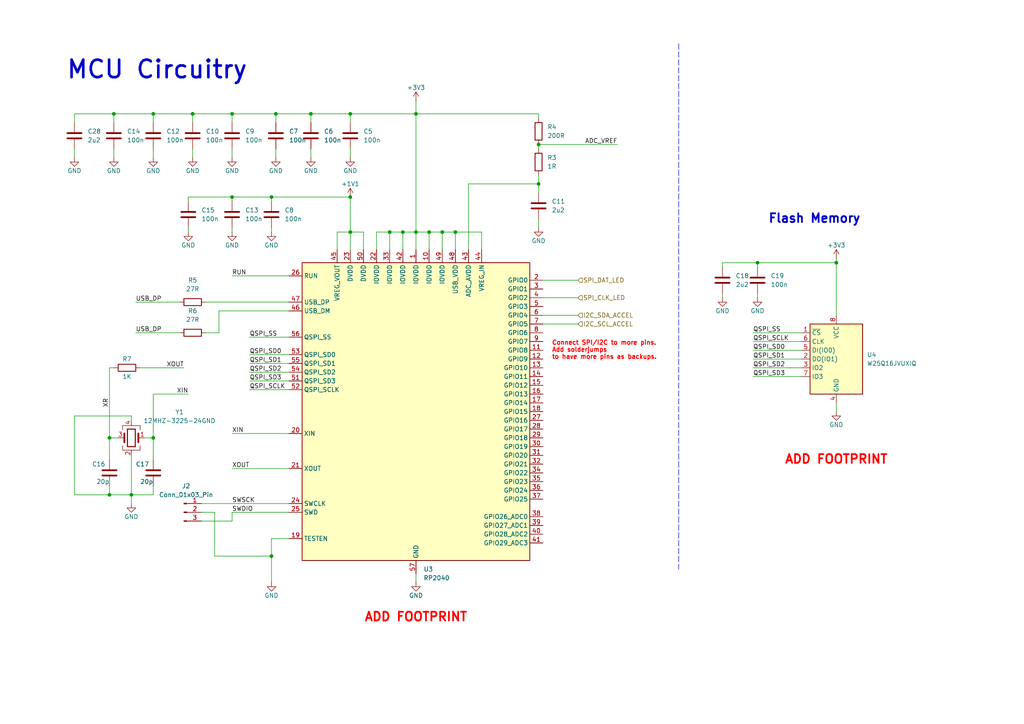
<source format=kicad_sch>
(kicad_sch (version 20231120) (generator "eeschema") (generator_version "8.0")
  (paper "A4")
  (lib_symbols
    (symbol "Connector:Conn_01x03_Pin" (pin_names (offset 1.016) hide)
      (property "Reference" "J" (at 0 5.08 0))
      (property "Value" "Conn_01x03_Pin" (at 0 -5.08 0))
      (symbol "Conn_01x03_Pin_1_1"
        (polyline (pts (xy 1.27 -2.54) (xy 0.8636 -2.54)) (stroke (width 0.1524)))
        (polyline (pts (xy 1.27 0) (xy 0.8636 0)) (stroke (width 0.1524)))
        (polyline (pts (xy 1.27 2.54) (xy 0.8636 2.54)) (stroke (width 0.1524)))
        (rectangle (start 0.8636 -2.413) (end 0 -2.667) (stroke (width 0.1524)) (fill (type outline)))
        (rectangle (start 0.8636 0.127) (end 0 -0.127) (stroke (width 0.1524)) (fill (type outline)))
        (rectangle (start 0.8636 2.667) (end 0 2.413) (stroke (width 0.1524)) (fill (type outline)))
        (pin passive line (at 5.08 2.54 180) (length 3.81) (name "Pin_1") (number "1"))
        (pin passive line (at 5.08 0 180) (length 3.81) (name "Pin_2") (number "2"))
        (pin passive line (at 5.08 -2.54 180) (length 3.81) (name "Pin_3") (number "3"))
      )
    )
    (symbol "Device:R" (pin_numbers hide) (pin_names (offset 0))
      (property "Reference" "R" (at 2.032 0 90))
      (property "Value" "R" (at 0 0 90))
      (symbol "R_0_1"
        (rectangle (start -1.016 -2.54) (end 1.016 2.54) (stroke (width 0.254)))
      )
      (symbol "R_1_1"
        (pin passive line (at 0 3.81 270) (length 1.27) (name "~") (number "1"))
        (pin passive line (at 0 -3.81 90) (length 1.27) (name "~") (number "2"))
      )
    )
    (symbol "jellybeans:C-0402-20p-50V" (pin_numbers hide) (pin_names (offset 0.254))
      (property "Reference" "C" (at 0.635 2.54 0))
      (property "Value" "20p" (at 0.635 -2.54 0))
      (symbol "C-0402-20p-50V_0_1"
        (polyline (pts (xy -2.032 -0.762) (xy 2.032 -0.762)) (stroke (width 0.508)))
        (polyline (pts (xy -2.032 0.762) (xy 2.032 0.762)) (stroke (width 0.508)))
      )
      (symbol "C-0402-20p-50V_1_1"
        (pin passive line (at 0 3.81 270) (length 2.794) (name "~") (number "1"))
        (pin passive line (at 0 -3.81 90) (length 2.794) (name "~") (number "2"))
      )
    )
    (symbol "jellybeans:C-0603-100n-50V" (pin_numbers hide) (pin_names (offset 0.254))
      (property "Reference" "C" (at 0.635 2.54 0))
      (property "Value" "100n" (at 0.635 -2.54 0))
      (symbol "C-0603-100n-50V_0_1"
        (polyline (pts (xy -2.032 -0.762) (xy 2.032 -0.762)) (stroke (width 0.508)))
        (polyline (pts (xy -2.032 0.762) (xy 2.032 0.762)) (stroke (width 0.508)))
      )
      (symbol "C-0603-100n-50V_1_1"
        (pin passive line (at 0 3.81 270) (length 2.794) (name "~") (number "1"))
        (pin passive line (at 0 -3.81 90) (length 2.794) (name "~") (number "2"))
      )
    )
    (symbol "jellybeans:C-0805-2u2-25V" (pin_numbers hide) (pin_names (offset 0.254))
      (property "Reference" "C" (at 0.635 2.54 0))
      (property "Value" "2u2" (at 0.635 -2.54 0))
      (symbol "C-0805-2u2-25V_0_1"
        (polyline (pts (xy -2.032 -0.762) (xy 2.032 -0.762)) (stroke (width 0.508)))
        (polyline (pts (xy -2.032 0.762) (xy 2.032 0.762)) (stroke (width 0.508)))
      )
      (symbol "C-0805-2u2-25V_1_1"
        (pin passive line (at 0 3.81 270) (length 2.794) (name "~") (number "1"))
        (pin passive line (at 0 -3.81 90) (length 2.794) (name "~") (number "2"))
      )
    )
    (symbol "jellybeans:R-0402-27R" (pin_numbers hide) (pin_names (offset 0))
      (property "Reference" "R" (at 2.032 0 90))
      (property "Value" "27R" (at 0 0 90))
      (symbol "R-0402-27R_0_1"
        (rectangle (start -1.016 -2.54) (end 1.016 2.54) (stroke (width 0.254)))
      )
      (symbol "R-0402-27R_1_1"
        (pin passive line (at 0 3.81 270) (length 1.27) (name "~") (number "1"))
        (pin passive line (at 0 -3.81 90) (length 1.27) (name "~") (number "2"))
      )
    )
    (symbol "jellybeans:R-0603-1K" (pin_numbers hide) (pin_names (offset 0))
      (property "Reference" "R" (at 2.032 0 90))
      (property "Value" "1K" (at 0 0 90))
      (symbol "R-0603-1K_0_1"
        (rectangle (start -1.016 -2.54) (end 1.016 2.54) (stroke (width 0.254)))
      )
      (symbol "R-0603-1K_1_1"
        (pin passive line (at 0 3.81 270) (length 1.27) (name "~") (number "1"))
        (pin passive line (at 0 -3.81 90) (length 1.27) (name "~") (number "2"))
      )
    )
    (symbol "power:+3V3" (power) (pin_numbers hide) (pin_names (offset 0) hide)
      (property "Value" "+3V3" (at 0 3.556 0))
      (symbol "+3V3_0_1"
        (polyline (pts (xy -0.762 1.27) (xy 0 2.54)))
        (polyline (pts (xy 0 0) (xy 0 2.54)))
        (polyline (pts (xy 0 2.54) (xy 0.762 1.27)))
      )
      (symbol "+3V3_1_1"
        (pin power_in line (at 0 0 90) (length 0) (name "~") (number "1"))
      )
    )
    (symbol "power:GND" (power) (pin_numbers hide) (pin_names (offset 0) hide)
      (property "Value" "GND" (at 0 -3.81 0))
      (symbol "GND_0_1"
        (polyline (pts (xy 0 0) (xy 0 -1.27) (xy 1.27 -1.27) (xy 0 -2.54) (xy -1.27 -1.27) (xy 0 -1.27)))
      )
      (symbol "GND_1_1"
        (pin power_in line (at 0 0 270) (length 0) (name "~") (number "1"))
      )
    )
    (symbol "suchi_chips:RP2040"
      (property "Reference" "U" (at -2.54 1.27 0))
      (property "Value" "RP2040" (at 0.508 -1.27 0))
      (symbol "RP2040_1_1"
        (rectangle (start -33.02 43.18) (end 33.02 -43.18) (stroke (width 0.254)) (fill (type background)))
        (pin power_in line (at 0 46.99 270) (length 3.81) (name "IOVDD") (number "1"))
        (pin power_in line (at 3.81 46.99 270) (length 3.81) (name "IOVDD") (number "10"))
        (pin bidirectional line (at 36.83 17.78 180) (length 3.81) (name "GPIO8") (number "11"))
        (pin bidirectional line (at 36.83 15.24 180) (length 3.81) (name "GPIO9") (number "12"))
        (pin bidirectional line (at 36.83 12.7 180) (length 3.81) (name "GPIO10") (number "13"))
        (pin bidirectional line (at 36.83 10.16 180) (length 3.81) (name "GPIO11") (number "14"))
        (pin bidirectional line (at 36.83 7.62 180) (length 3.81) (name "GPIO12") (number "15"))
        (pin bidirectional line (at 36.83 5.08 180) (length 3.81) (name "GPIO13") (number "16"))
        (pin bidirectional line (at 36.83 2.54 180) (length 3.81) (name "GPIO14") (number "17"))
        (pin bidirectional line (at 36.83 0 180) (length 3.81) (name "GPIO15") (number "18"))
        (pin input line (at -36.83 -36.83 0) (length 3.81) (name "TESTEN") (number "19"))
        (pin bidirectional line (at 36.83 38.1 180) (length 3.81) (name "GPIO0") (number "2"))
        (pin input line (at -36.83 -6.35 0) (length 3.81) (name "XIN") (number "20"))
        (pin passive line (at -36.83 -16.51 0) (length 3.81) (name "XOUT") (number "21"))
        (pin power_in line (at -11.43 46.99 270) (length 3.81) (name "IOVDD") (number "22"))
        (pin power_in line (at -19.05 46.99 270) (length 3.81) (name "DVDD") (number "23"))
        (pin input line (at -36.83 -26.67 0) (length 3.81) (name "SWCLK") (number "24"))
        (pin bidirectional line (at -36.83 -29.21 0) (length 3.81) (name "SWD") (number "25"))
        (pin input line (at -36.83 39.37 0) (length 3.81) (name "RUN") (number "26"))
        (pin bidirectional line (at 36.83 -2.54 180) (length 3.81) (name "GPIO16") (number "27"))
        (pin bidirectional line (at 36.83 -5.08 180) (length 3.81) (name "GPIO17") (number "28"))
        (pin bidirectional line (at 36.83 -7.62 180) (length 3.81) (name "GPIO18") (number "29"))
        (pin bidirectional line (at 36.83 35.56 180) (length 3.81) (name "GPIO1") (number "3"))
        (pin bidirectional line (at 36.83 -10.16 180) (length 3.81) (name "GPIO19") (number "30"))
        (pin bidirectional line (at 36.83 -12.7 180) (length 3.81) (name "GPIO20") (number "31"))
        (pin bidirectional line (at 36.83 -15.24 180) (length 3.81) (name "GPIO21") (number "32"))
        (pin power_in line (at -7.62 46.99 270) (length 3.81) (name "IOVDD") (number "33"))
        (pin bidirectional line (at 36.83 -17.78 180) (length 3.81) (name "GPIO22") (number "34"))
        (pin bidirectional line (at 36.83 -20.32 180) (length 3.81) (name "GPIO23") (number "35"))
        (pin bidirectional line (at 36.83 -22.86 180) (length 3.81) (name "GPIO24") (number "36"))
        (pin bidirectional line (at 36.83 -25.4 180) (length 3.81) (name "GPIO25") (number "37"))
        (pin bidirectional line (at 36.83 -30.48 180) (length 3.81) (name "GPIO26_ADC0") (number "38"))
        (pin bidirectional line (at 36.83 -33.02 180) (length 3.81) (name "GPIO27_ADC1") (number "39"))
        (pin bidirectional line (at 36.83 33.02 180) (length 3.81) (name "GPIO2") (number "4"))
        (pin bidirectional line (at 36.83 -35.56 180) (length 3.81) (name "GPIO28_ADC2") (number "40"))
        (pin bidirectional line (at 36.83 -38.1 180) (length 3.81) (name "GPIO29_ADC3") (number "41"))
        (pin power_in line (at -3.81 46.99 270) (length 3.81) (name "IOVDD") (number "42"))
        (pin power_in line (at 15.24 46.99 270) (length 3.81) (name "ADC_AVDD") (number "43"))
        (pin power_in line (at 19.05 46.99 270) (length 3.81) (name "VREG_IN") (number "44"))
        (pin power_out line (at -22.86 46.99 270) (length 3.81) (name "VREG_VOUT") (number "45"))
        (pin bidirectional line (at -36.83 29.21 0) (length 3.81) (name "USB_DM") (number "46"))
        (pin bidirectional line (at -36.83 31.75 0) (length 3.81) (name "USB_DP") (number "47"))
        (pin power_in line (at 11.43 46.99 270) (length 3.81) (name "USB_VDD") (number "48"))
        (pin power_in line (at 7.62 46.99 270) (length 3.81) (name "IOVDD") (number "49"))
        (pin bidirectional line (at 36.83 30.48 180) (length 3.81) (name "GPIO3") (number "5"))
        (pin power_in line (at -15.24 46.99 270) (length 3.81) (name "DVDD") (number "50"))
        (pin bidirectional line (at -36.83 8.89 0) (length 3.81) (name "QSPI_SD3") (number "51"))
        (pin output line (at -36.83 6.35 0) (length 3.81) (name "QSPI_SCLK") (number "52"))
        (pin bidirectional line (at -36.83 16.51 0) (length 3.81) (name "QSPI_SD0") (number "53"))
        (pin bidirectional line (at -36.83 11.43 0) (length 3.81) (name "QSPI_SD2") (number "54"))
        (pin bidirectional line (at -36.83 13.97 0) (length 3.81) (name "QSPI_SD1") (number "55"))
        (pin bidirectional line (at -36.83 21.59 0) (length 3.81) (name "QSPI_SS") (number "56"))
        (pin power_in line (at 0 -46.99 90) (length 3.81) (name "GND") (number "57"))
        (pin bidirectional line (at 36.83 27.94 180) (length 3.81) (name "GPIO4") (number "6"))
        (pin bidirectional line (at 36.83 25.4 180) (length 3.81) (name "GPIO5") (number "7"))
        (pin bidirectional line (at 36.83 22.86 180) (length 3.81) (name "GPIO6") (number "8"))
        (pin bidirectional line (at 36.83 20.32 180) (length 3.81) (name "GPIO7") (number "9"))
      )
    )
    (symbol "suchi_chips:W25Q16JVUXIQ"
      (property "Reference" "U" (at -6.35 11.43 0))
      (property "Value" "W25Q16JVUXIQ" (at 7.62 11.43 0))
      (symbol "W25Q16JVUXIQ_0_1"
        (rectangle (start -7.62 10.16) (end 7.62 -10.16) (stroke (width 0.254)) (fill (type background)))
      )
      (symbol "W25Q16JVUXIQ_1_1"
        (pin input line (at -10.16 7.62 0) (length 2.54) (name "~{CS}") (number "1"))
        (pin bidirectional line (at -10.16 0 0) (length 2.54) (name "DO(IO1)") (number "2"))
        (pin bidirectional line (at -10.16 -2.54 0) (length 2.54) (name "IO2") (number "3"))
        (pin power_in line (at 0 -12.7 90) (length 2.54) (name "GND") (number "4"))
        (pin bidirectional line (at -10.16 2.54 0) (length 2.54) (name "DI(IO0)") (number "5"))
        (pin input line (at -10.16 5.08 0) (length 2.54) (name "CLK") (number "6"))
        (pin bidirectional line (at -10.16 -5.08 0) (length 2.54) (name "IO3") (number "7"))
        (pin power_in line (at 0 12.7 270) (length 2.54) (name "VCC") (number "8"))
      )
    )
    (symbol "suchi_crystals:12MHZ-3225-24GND" (pin_names (offset 1.016) hide)
      (property "Reference" "Y" (at 3.175 5.08 0))
      (property "Value" "12MHZ-3225-24GND" (at 3.175 3.175 0))
      (symbol "12MHZ-3225-24GND_0_1"
        (rectangle (start -1.143 2.54) (end 1.143 -2.54) (stroke (width 0.3048)))
        (polyline (pts (xy -2.54 0) (xy -2.032 0)))
        (polyline (pts (xy -2.032 -1.27) (xy -2.032 1.27)) (stroke (width 0.508)))
        (polyline (pts (xy 0 -3.81) (xy 0 -3.556)))
        (polyline (pts (xy 0 3.556) (xy 0 3.81)))
        (polyline (pts (xy 2.032 -1.27) (xy 2.032 1.27)) (stroke (width 0.508)))
        (polyline (pts (xy 2.032 0) (xy 2.54 0)))
        (polyline (pts (xy -2.54 -2.286) (xy -2.54 -3.556) (xy 2.54 -3.556) (xy 2.54 -2.286)))
        (polyline (pts (xy -2.54 2.286) (xy -2.54 3.556) (xy 2.54 3.556) (xy 2.54 2.286)))
      )
      (symbol "12MHZ-3225-24GND_1_1"
        (pin passive line (at -3.81 0 0) (length 1.27) (name "1") (number "1"))
        (pin passive line (at 0 5.08 270) (length 1.27) (name "2") (number "2"))
        (pin passive line (at 3.81 0 180) (length 1.27) (name "3") (number "3"))
        (pin passive line (at 0 -5.08 90) (length 1.27) (name "4") (number "4"))
      )
    )
  )
  (junction (at 101.6 33.02))
  (junction (at 156.21 41.91))
  (junction (at 124.46 67.31))
  (junction (at 55.88 33.02))
  (junction (at 38.1 143.51))
  (junction (at 67.31 33.02))
  (junction (at 101.6 57.15))
  (junction (at 116.84 67.31))
  (junction (at 80.01 33.02))
  (junction (at 31.75 127))
  (junction (at 33.02 33.02))
  (junction (at 128.27 67.31))
  (junction (at 120.65 67.31))
  (junction (at 78.74 57.15))
  (junction (at 120.65 33.02))
  (junction (at 101.6 67.31))
  (junction (at 44.45 33.02))
  (junction (at 242.57 76.2))
  (junction (at 31.75 143.51))
  (junction (at 156.21 53.34))
  (junction (at 78.74 161.29))
  (junction (at 90.17 33.02))
  (junction (at 219.71 76.2))
  (junction (at 132.08 67.31))
  (junction (at 44.45 127))
  (junction (at 113.03 67.31))
  (junction (at 67.31 57.15))
  (wire (pts (xy 90.17 33.02) (xy 101.6 33.02)))
  (wire (pts (xy 67.31 35.56) (xy 67.31 33.02)))
  (wire (pts (xy 242.57 76.2) (xy 242.57 91.44)))
  (wire (pts (xy 21.59 143.51) (xy 31.75 143.51)))
  (wire (pts (xy 209.55 77.47) (xy 209.55 76.2)))
  (wire (pts (xy 31.75 106.68) (xy 33.02 106.68)))
  (wire (pts (xy 38.1 132.08) (xy 38.1 143.51)))
  (wire (pts (xy 219.71 85.09) (xy 219.71 86.36)))
  (wire (pts (xy 167.64 93.98) (xy 157.48 93.98)))
  (wire (pts (xy 97.79 72.39) (xy 97.79 67.31)))
  (wire (pts (xy 90.17 43.18) (xy 90.17 45.72)))
  (wire (pts (xy 124.46 67.31) (xy 128.27 67.31)))
  (wire (pts (xy 62.23 161.29) (xy 78.74 161.29)))
  (wire (pts (xy 80.01 43.18) (xy 80.01 45.72)))
  (wire (pts (xy 167.64 91.44) (xy 157.48 91.44)))
  (wire (pts (xy 101.6 33.02) (xy 101.6 35.56)))
  (wire (pts (xy 132.08 67.31) (xy 139.7 67.31)))
  (wire (pts (xy 55.88 43.18) (xy 55.88 45.72)))
  (wire (pts (xy 135.89 53.34) (xy 156.21 53.34)))
  (wire (pts (xy 120.65 33.02) (xy 101.6 33.02)))
  (wire (pts (xy 105.41 72.39) (xy 105.41 67.31)))
  (wire (pts (xy 78.74 156.21) (xy 78.74 161.29)))
  (wire (pts (xy 218.44 96.52) (xy 232.41 96.52)))
  (wire (pts (xy 105.41 67.31) (xy 101.6 67.31)))
  (wire (pts (xy 242.57 116.84) (xy 242.57 119.38)))
  (wire (pts (xy 44.45 114.3) (xy 54.61 114.3)))
  (wire (pts (xy 209.55 76.2) (xy 219.71 76.2)))
  (wire (pts (xy 72.39 97.79) (xy 83.82 97.79)))
  (wire (pts (xy 44.45 35.56) (xy 44.45 33.02)))
  (wire (pts (xy 67.31 148.59) (xy 83.82 148.59)))
  (wire (pts (xy 67.31 151.13) (xy 67.31 148.59)))
  (wire (pts (xy 67.31 125.73) (xy 83.82 125.73)))
  (wire (pts (xy 63.5 96.52) (xy 59.69 96.52)))
  (wire (pts (xy 139.7 72.39) (xy 139.7 67.31)))
  (wire (pts (xy 58.42 148.59) (xy 62.23 148.59)))
  (wire (pts (xy 31.75 140.97) (xy 31.75 143.51)))
  (wire (pts (xy 218.44 99.06) (xy 232.41 99.06)))
  (wire (pts (xy 62.23 148.59) (xy 62.23 161.29)))
  (wire (pts (xy 218.44 109.22) (xy 232.41 109.22)))
  (wire (pts (xy 132.08 67.31) (xy 132.08 72.39)))
  (wire (pts (xy 55.88 33.02) (xy 67.31 33.02)))
  (wire (pts (xy 31.75 143.51) (xy 38.1 143.51)))
  (wire (pts (xy 67.31 57.15) (xy 78.74 57.15)))
  (wire (pts (xy 72.39 105.41) (xy 83.82 105.41)))
  (wire (pts (xy 109.22 72.39) (xy 109.22 67.31)))
  (wire (pts (xy 33.02 33.02) (xy 44.45 33.02)))
  (wire (pts (xy 31.75 127) (xy 31.75 133.35)))
  (wire (pts (xy 44.45 127) (xy 44.45 133.35)))
  (wire (pts (xy 54.61 66.04) (xy 54.61 67.31)))
  (wire (pts (xy 128.27 67.31) (xy 128.27 72.39)))
  (wire (pts (xy 78.74 58.42) (xy 78.74 57.15)))
  (wire (pts (xy 55.88 35.56) (xy 55.88 33.02)))
  (wire (pts (xy 83.82 87.63) (xy 59.69 87.63)))
  (wire (pts (xy 31.75 127) (xy 34.29 127)))
  (wire (pts (xy 54.61 57.15) (xy 67.31 57.15)))
  (wire (pts (xy 135.89 72.39) (xy 135.89 53.34)))
  (wire (pts (xy 124.46 72.39) (xy 124.46 67.31)))
  (wire (pts (xy 41.91 127) (xy 44.45 127)))
  (wire (pts (xy 58.42 146.05) (xy 83.82 146.05)))
  (wire (pts (xy 78.74 67.31) (xy 78.74 66.04)))
  (wire (pts (xy 156.21 33.02) (xy 156.21 34.29)))
  (wire (pts (xy 44.45 140.97) (xy 44.45 143.51)))
  (wire (pts (xy 120.65 168.91) (xy 120.65 166.37)))
  (wire (pts (xy 31.75 106.68) (xy 31.75 127)))
  (wire (pts (xy 67.31 135.89) (xy 83.82 135.89)))
  (wire (pts (xy 21.59 35.56) (xy 21.59 33.02)))
  (wire (pts (xy 209.55 85.09) (xy 209.55 86.36)))
  (wire (pts (xy 38.1 146.05) (xy 38.1 143.51)))
  (wire (pts (xy 128.27 67.31) (xy 132.08 67.31)))
  (wire (pts (xy 38.1 120.65) (xy 38.1 121.92)))
  (wire (pts (xy 101.6 67.31) (xy 101.6 72.39)))
  (wire (pts (xy 78.74 161.29) (xy 78.74 168.91)))
  (wire (pts (xy 67.31 66.04) (xy 67.31 67.31)))
  (wire (pts (xy 44.45 43.18) (xy 44.45 45.72)))
  (wire (pts (xy 167.64 81.28) (xy 157.48 81.28)))
  (wire (pts (xy 113.03 67.31) (xy 113.03 72.39)))
  (wire (pts (xy 63.5 90.17) (xy 63.5 96.52)))
  (polyline (pts (xy 196.85 12.7) (xy 196.85 165.1)) (stroke (width 0) (type dash)))
  (wire (pts (xy 156.21 41.91) (xy 156.21 43.18)))
  (wire (pts (xy 39.37 96.52) (xy 52.07 96.52)))
  (wire (pts (xy 67.31 33.02) (xy 80.01 33.02)))
  (wire (pts (xy 116.84 67.31) (xy 116.84 72.39)))
  (wire (pts (xy 116.84 67.31) (xy 120.65 67.31)))
  (wire (pts (xy 156.21 41.91) (xy 179.07 41.91)))
  (wire (pts (xy 21.59 120.65) (xy 21.59 143.51)))
  (wire (pts (xy 156.21 63.5) (xy 156.21 66.04)))
  (wire (pts (xy 167.64 86.36) (xy 157.48 86.36)))
  (wire (pts (xy 156.21 33.02) (xy 120.65 33.02)))
  (wire (pts (xy 80.01 33.02) (xy 90.17 33.02)))
  (wire (pts (xy 54.61 58.42) (xy 54.61 57.15)))
  (wire (pts (xy 72.39 107.95) (xy 83.82 107.95)))
  (wire (pts (xy 78.74 57.15) (xy 101.6 57.15)))
  (wire (pts (xy 67.31 80.01) (xy 83.82 80.01)))
  (wire (pts (xy 72.39 110.49) (xy 83.82 110.49)))
  (wire (pts (xy 21.59 43.18) (xy 21.59 45.72)))
  (wire (pts (xy 44.45 143.51) (xy 38.1 143.51)))
  (wire (pts (xy 33.02 35.56) (xy 33.02 33.02)))
  (wire (pts (xy 33.02 43.18) (xy 33.02 45.72)))
  (wire (pts (xy 44.45 127) (xy 44.45 114.3)))
  (wire (pts (xy 101.6 57.15) (xy 101.6 67.31)))
  (wire (pts (xy 218.44 101.6) (xy 232.41 101.6)))
  (wire (pts (xy 120.65 67.31) (xy 124.46 67.31)))
  (wire (pts (xy 97.79 67.31) (xy 101.6 67.31)))
  (wire (pts (xy 39.37 87.63) (xy 52.07 87.63)))
  (wire (pts (xy 38.1 120.65) (xy 21.59 120.65)))
  (wire (pts (xy 101.6 43.18) (xy 101.6 45.72)))
  (wire (pts (xy 218.44 104.14) (xy 232.41 104.14)))
  (wire (pts (xy 44.45 33.02) (xy 55.88 33.02)))
  (wire (pts (xy 120.65 29.21) (xy 120.65 33.02)))
  (wire (pts (xy 109.22 67.31) (xy 113.03 67.31)))
  (wire (pts (xy 80.01 35.56) (xy 80.01 33.02)))
  (wire (pts (xy 242.57 74.93) (xy 242.57 76.2)))
  (wire (pts (xy 156.21 50.8) (xy 156.21 53.34)))
  (wire (pts (xy 219.71 76.2) (xy 219.71 77.47)))
  (wire (pts (xy 90.17 35.56) (xy 90.17 33.02)))
  (wire (pts (xy 72.39 102.87) (xy 83.82 102.87)))
  (wire (pts (xy 83.82 156.21) (xy 78.74 156.21)))
  (wire (pts (xy 72.39 113.03) (xy 83.82 113.03)))
  (wire (pts (xy 219.71 76.2) (xy 242.57 76.2)))
  (wire (pts (xy 58.42 151.13) (xy 67.31 151.13)))
  (wire (pts (xy 218.44 106.68) (xy 232.41 106.68)))
  (wire (pts (xy 67.31 58.42) (xy 67.31 57.15)))
  (wire (pts (xy 53.34 106.68) (xy 40.64 106.68)))
  (wire (pts (xy 67.31 43.18) (xy 67.31 45.72)))
  (wire (pts (xy 120.65 33.02) (xy 120.65 67.31)))
  (wire (pts (xy 21.59 33.02) (xy 33.02 33.02)))
  (wire (pts (xy 120.65 67.31) (xy 120.65 72.39)))
  (wire (pts (xy 83.82 90.17) (xy 63.5 90.17)))
  (wire (pts (xy 113.03 67.31) (xy 116.84 67.31)))
  (wire (pts (xy 156.21 53.34) (xy 156.21 55.88)))
  (text "ADD FOOTPRINT" (at 242.57 133.35 0) (effects (font (size 2.54 2.54) (bold yes))))
  (text "MCU Circuitry" (at 19.05 20.32 0) (effects (font (size 5.08 5.08) (thickness 0.762) (bold yes)) (justify left)))
  (text "ADD FOOTPRINT" (at 120.65 179.07 0) (effects (font (size 2.54 2.54) (bold yes))))
  (text "Flash Memory" (at 236.22 63.5 0) (effects (font (size 2.54 2.54) (bold yes))))
  (text "Connect SPI/I2C to more pins.\nAdd solderjumps\nto have more pins as backups." (at 160.02 101.6 0) (effects (font (size 1.27 1.27) (thickness 0.254) (bold yes)) (justify left)))
  (label "XR" (at 31.75 118.11 90))
  (label "QSPI_SS" (at 72.39 97.79 0))
  (label "QSPI_SD0" (at 218.44 101.6 0))
  (label "ADC_VREF" (at 179.07 41.91 180))
  (label "QSPI_SD0" (at 72.39 102.87 0))
  (label "QSPI_SS" (at 218.44 96.52 0))
  (label "XIN" (at 67.31 125.73 0))
  (label "QSPI_SCLK" (at 218.44 99.06 0))
  (label "XIN" (at 54.61 114.3 180))
  (label "USB_DP" (at 39.37 96.52 0))
  (label "USB_DP" (at 39.37 87.63 0))
  (label "SWDIO" (at 67.31 148.59 0))
  (label "QSPI_SD3" (at 218.44 109.22 0))
  (label "SWSCK" (at 67.31 146.05 0))
  (label "XOUT" (at 67.31 135.89 0))
  (label "QSPI_SCLK" (at 72.39 113.03 0))
  (label "RUN" (at 67.31 80.01 0))
  (label "QSPI_SD1" (at 72.39 105.41 0))
  (label "QSPI_SD1" (at 218.44 104.14 0))
  (label "QSPI_SD2" (at 72.39 107.95 0))
  (label "QSPI_SD2" (at 218.44 106.68 0))
  (label "XOUT" (at 53.34 106.68 180))
  (label "QSPI_SD3" (at 72.39 110.49 0))
  (hierarchical_label "SPI_DAT_LED" (shape input) (at 167.64 81.28 0))
  (hierarchical_label "SPI_CLK_LED" (shape input) (at 167.64 86.36 0))
  (hierarchical_label "I2C_SCL_ACCEL" (shape input) (at 167.64 93.98 0))
  (hierarchical_label "I2C_SDA_ACCEL" (shape input) (at 167.64 91.44 0))
  (symbol (lib_id "power:GND") (at 120.65 168.91 0) (unit 1)
    (property "Reference" "#PWR018" (effects (hide yes)))
    (property "Value" "GND" (at 120.65 172.72 0))
    (property "Description" "Power symbol creates a global label with name \"GND\" , ground" (effects (hide yes)))
  )
  (symbol (lib_id "jellybeans:C-0805-2u2-25V") (at 21.59 39.37 0) (unit 1)
    (property "Reference" "C28" (at 25.4 38.0999 0) (effects (justify left)))
    (property "Value" "2u2" (at 25.4 40.6399 0) (effects (justify left)))
    (property "Footprint" "Capacitor_SMD:C_0805_2012Metric" (effects (hide yes)))
    (property "Description" "25V 10uF X5R ±10% 0805 Multilayer Ceramic Capacitors MLCC - SMD/SMT ROHS" (effects (hide yes)))
    (property "MFG" "Samsung Electro-Mechanics " (effects (hide yes)))
    (property "MPN" "CL21A225KBQNNNE" (effects (hide yes)))
    (property "JLC" "C377773" (effects (hide yes)))
  )
  (symbol (lib_id "power:GND") (at 156.21 66.04 0) (unit 1)
    (property "Reference" "#PWR026" (effects (hide yes)))
    (property "Value" "GND" (at 156.21 69.85 0))
    (property "Description" "Power symbol creates a global label with name \"GND\" , ground" (effects (hide yes)))
  )
  (symbol (lib_id "power:GND") (at 21.59 45.72 0) (unit 1)
    (property "Reference" "#PWR054" (effects (hide yes)))
    (property "Value" "GND" (at 21.59 49.53 0))
    (property "Description" "Power symbol creates a global label with name \"GND\" , ground" (effects (hide yes)))
  )
  (symbol (lib_id "jellybeans:C-0805-2u2-25V") (at 156.21 59.69 0) (unit 1)
    (property "Reference" "C11" (at 160.02 58.4199 0) (effects (justify left)))
    (property "Value" "2u2" (at 160.02 60.9599 0) (effects (justify left)))
    (property "Footprint" "Capacitor_SMD:C_0805_2012Metric" (effects (hide yes)))
    (property "Description" "25V 10uF X5R ±10% 0805 Multilayer Ceramic Capacitors MLCC - SMD/SMT ROHS" (effects (hide yes)))
    (property "MFG" "Samsung Electro-Mechanics " (effects (hide yes)))
    (property "MPN" "CL21A225KBQNNNE" (effects (hide yes)))
    (property "JLC" "C377773" (effects (hide yes)))
  )
  (symbol (lib_id "jellybeans:C-0603-100n-50V") (at 67.31 39.37 0) (unit 1)
    (property "Reference" "C9" (at 71.12 38.0999 0) (effects (justify left)))
    (property "Value" "100n" (at 71.12 40.6399 0) (effects (justify left)))
    (property "Footprint" "Capacitor_SMD:C_0603_1608Metric" (effects (hide yes)))
    (property "Description" "50V 100nF X7R ±10% 0603 Multilayer Ceramic Capacitors MLCC - SMD/SMT ROHS " (effects (hide yes)))
    (property "MFG" "YAGEO" (effects (hide yes)))
    (property "MPN" "CC0603KRX7R9BB104" (effects (hide yes)))
    (property "JLC" "C14663" (effects (hide yes)))
  )
  (symbol (lib_id "jellybeans:C-0603-100n-50V") (at 55.88 39.37 0) (unit 1)
    (property "Reference" "C10" (at 59.69 38.0999 0) (effects (justify left)))
    (property "Value" "100n" (at 59.69 40.6399 0) (effects (justify left)))
    (property "Footprint" "Capacitor_SMD:C_0603_1608Metric" (effects (hide yes)))
    (property "Description" "50V 100nF X7R ±10% 0603 Multilayer Ceramic Capacitors MLCC - SMD/SMT ROHS " (effects (hide yes)))
    (property "MFG" "YAGEO" (effects (hide yes)))
    (property "MPN" "CC0603KRX7R9BB104" (effects (hide yes)))
    (property "JLC" "C14663" (effects (hide yes)))
  )
  (symbol (lib_id "jellybeans:C-0603-100n-50V") (at 78.74 62.23 0) (unit 1)
    (property "Reference" "C8" (at 82.55 60.9599 0) (effects (justify left)))
    (property "Value" "100n" (at 82.55 63.4999 0) (effects (justify left)))
    (property "Footprint" "Capacitor_SMD:C_0603_1608Metric" (effects (hide yes)))
    (property "Description" "50V 100nF X7R ±10% 0603 Multilayer Ceramic Capacitors MLCC - SMD/SMT ROHS " (effects (hide yes)))
    (property "MFG" "YAGEO" (effects (hide yes)))
    (property "MPN" "CC0603KRX7R9BB104" (effects (hide yes)))
    (property "JLC" "C14663" (effects (hide yes)))
  )
  (symbol (lib_id "power:GND") (at 101.6 45.72 0) (unit 1)
    (property "Reference" "#PWR016" (effects (hide yes)))
    (property "Value" "GND" (at 101.6 49.53 0))
    (property "Description" "Power symbol creates a global label with name \"GND\" , ground" (effects (hide yes)))
  )
  (symbol (lib_id "jellybeans:C-0603-100n-50V") (at 44.45 39.37 0) (unit 1)
    (property "Reference" "C12" (at 48.26 38.0999 0) (effects (justify left)))
    (property "Value" "100n" (at 48.26 40.6399 0) (effects (justify left)))
    (property "Footprint" "Capacitor_SMD:C_0603_1608Metric" (effects (hide yes)))
    (property "Description" "50V 100nF X7R ±10% 0603 Multilayer Ceramic Capacitors MLCC - SMD/SMT ROHS " (effects (hide yes)))
    (property "MFG" "YAGEO" (effects (hide yes)))
    (property "MPN" "CC0603KRX7R9BB104" (effects (hide yes)))
    (property "JLC" "C14663" (effects (hide yes)))
  )
  (symbol (lib_id "power:GND") (at 55.88 45.72 0) (unit 1)
    (property "Reference" "#PWR025" (effects (hide yes)))
    (property "Value" "GND" (at 55.88 49.53 0))
    (property "Description" "Power symbol creates a global label with name \"GND\" , ground" (effects (hide yes)))
  )
  (symbol (lib_id "power:+3V3") (at 120.65 29.21 0) (unit 1)
    (property "Reference" "#PWR017" (effects (hide yes)))
    (property "Value" "+3V3" (at 120.65 25.4 0))
    (property "Description" "Power symbol creates a global label with name \"+3V3\"" (effects (hide yes)))
  )
  (symbol (lib_id "power:GND") (at 90.17 45.72 0) (unit 1)
    (property "Reference" "#PWR019" (effects (hide yes)))
    (property "Value" "GND" (at 90.17 49.53 0))
    (property "Description" "Power symbol creates a global label with name \"GND\" , ground" (effects (hide yes)))
  )
  (symbol (lib_id "jellybeans:C-0402-20p-50V") (at 44.45 137.16 0) (unit 1)
    (property "Reference" "C17" (at 39.37 134.62 0) (effects (justify left)))
    (property "Value" "20p" (at 40.64 139.7 0) (effects (justify left)))
    (property "Footprint" "Capacitor_SMD:C_0402_1005Metric" (effects (hide yes)))
    (property "Description" "50V 20pF NP0 ±1% 0402 Multilayer Ceramic Capacitors MLCC - SMD/SMT ROHS " (effects (hide yes)))
    (property "MFG" "YAGEO" (effects (hide yes)))
    (property "MPN" "CC0402FRNPO9BN200" (effects (hide yes)))
    (property "JLC" "C327010" (effects (hide yes)))
  )
  (symbol (lib_id "jellybeans:C-0603-100n-50V") (at 33.02 39.37 0) (unit 1)
    (property "Reference" "C14" (at 36.83 38.0999 0) (effects (justify left)))
    (property "Value" "100n" (at 36.83 40.6399 0) (effects (justify left)))
    (property "Footprint" "Capacitor_SMD:C_0603_1608Metric" (effects (hide yes)))
    (property "Description" "50V 100nF X7R ±10% 0603 Multilayer Ceramic Capacitors MLCC - SMD/SMT ROHS " (effects (hide yes)))
    (property "MFG" "YAGEO" (effects (hide yes)))
    (property "MPN" "CC0603KRX7R9BB104" (effects (hide yes)))
    (property "JLC" "C14663" (effects (hide yes)))
  )
  (symbol (lib_id "jellybeans:C-0603-100n-50V") (at 219.71 81.28 0) (unit 1)
    (property "Reference" "C19" (at 223.52 80.0099 0) (effects (justify left)))
    (property "Value" "100n" (at 223.52 82.5499 0) (effects (justify left)))
    (property "Footprint" "Capacitor_SMD:C_0603_1608Metric" (effects (hide yes)))
    (property "Description" "50V 100nF X7R ±10% 0603 Multilayer Ceramic Capacitors MLCC - SMD/SMT ROHS " (effects (hide yes)))
    (property "MFG" "YAGEO" (effects (hide yes)))
    (property "MPN" "CC0603KRX7R9BB104" (effects (hide yes)))
    (property "JLC" "C14663" (effects (hide yes)))
  )
  (symbol (lib_id "power:GND") (at 67.31 67.31 0) (unit 1)
    (property "Reference" "#PWR028" (effects (hide yes)))
    (property "Value" "GND" (at 67.31 71.12 0))
    (property "Description" "Power symbol creates a global label with name \"GND\" , ground" (effects (hide yes)))
  )
  (symbol (lib_id "jellybeans:C-0603-100n-50V") (at 54.61 62.23 0) (unit 1)
    (property "Reference" "C15" (at 58.42 60.9599 0) (effects (justify left)))
    (property "Value" "100n" (at 58.42 63.4999 0) (effects (justify left)))
    (property "Footprint" "Capacitor_SMD:C_0603_1608Metric" (effects (hide yes)))
    (property "Description" "50V 100nF X7R ±10% 0603 Multilayer Ceramic Capacitors MLCC - SMD/SMT ROHS " (effects (hide yes)))
    (property "MFG" "YAGEO" (effects (hide yes)))
    (property "MPN" "CC0603KRX7R9BB104" (effects (hide yes)))
    (property "JLC" "C14663" (effects (hide yes)))
  )
  (symbol (lib_id "power:GND") (at 67.31 45.72 0) (unit 1)
    (property "Reference" "#PWR024" (effects (hide yes)))
    (property "Value" "GND" (at 67.31 49.53 0))
    (property "Description" "Power symbol creates a global label with name \"GND\" , ground" (effects (hide yes)))
  )
  (symbol (lib_id "power:GND") (at 78.74 168.91 0) (unit 1)
    (property "Reference" "#PWR020" (effects (hide yes)))
    (property "Value" "GND" (at 78.74 172.72 0))
    (property "Description" "Power symbol creates a global label with name \"GND\" , ground" (effects (hide yes)))
  )
  (symbol (lib_id "power:GND") (at 54.61 67.31 0) (unit 1)
    (property "Reference" "#PWR030" (effects (hide yes)))
    (property "Value" "GND" (at 54.61 71.12 0))
    (property "Description" "Power symbol creates a global label with name \"GND\" , ground" (effects (hide yes)))
  )
  (symbol (lib_id "power:GND") (at 44.45 45.72 0) (unit 1)
    (property "Reference" "#PWR027" (effects (hide yes)))
    (property "Value" "GND" (at 44.45 49.53 0))
    (property "Description" "Power symbol creates a global label with name \"GND\" , ground" (effects (hide yes)))
  )
  (symbol (lib_id "power:+3V3") (at 101.6 57.15 0) (unit 1)
    (property "Reference" "#PWR023" (effects (hide yes)))
    (property "Value" "+1V1" (at 101.6 53.34 0))
    (property "Description" "Power symbol creates a global label with name \"+3V3\"" (effects (hide yes)))
  )
  (symbol (lib_id "Device:R") (at 156.21 38.1 0) (unit 1)
    (property "Reference" "R4" (at 158.75 36.8299 0) (effects (justify left)))
    (property "Value" "200R" (at 158.75 39.3699 0) (effects (justify left)))
    (property "Description" "1% 100mW" (effects (hide yes)))
  )
  (symbol (lib_id "suchi_crystals:12MHZ-3225-24GND") (at 38.1 127 180) (unit 1)
    (property "Reference" "Y1" (at 52.07 119.5068 0))
    (property "Value" "12MHZ-3225-24GND" (at 52.07 122.0468 0))
    (property "Footprint" "Crystal:Crystal_SMD_3225-4Pin_3.2x2.5mm" (effects (hide yes)))
    (property "Description" "12MHz SMD crystal oscillator 20pF ±10ppm ±20ppm SMD3225-4P Crystals ROHS, GND on pins 2 and 4" (effects (hide yes)))
    (property "MFG" "YXC Crystal Oscillators " (effects (hide yes)))
    (property "MPN" "X322512MSB4SI" (effects (hide yes)))
    (property "JLC" "C9002" (effects (hide yes)))
  )
  (symbol (lib_id "jellybeans:R-0402-27R") (at 55.88 96.52 90) (unit 1)
    (property "Reference" "R6" (at 55.88 90.17 90))
    (property "Value" "27R" (at 55.88 92.71 90))
    (property "Footprint" "Resistor_SMD:R_0603_1608Metric" (effects (hide yes)))
    (property "Description" "100mW Thick Film Resistors 75V ±1% ±200ppm/℃ 27Ω 0603 Chip Resistor - Surface Mount ROHS " (effects (hide yes)))
    (property "JLC" "C25190" (effects (hide yes)))
    (property "MFG" "UNI-ROYAL(Uniroyal Elec)" (effects (hide yes)))
    (property "MPN" "0603WAF270JT5E" (effects (hide yes)))
  )
  (symbol (lib_id "power:GND") (at 80.01 45.72 0) (unit 1)
    (property "Reference" "#PWR021" (effects (hide yes)))
    (property "Value" "GND" (at 80.01 49.53 0))
    (property "Description" "Power symbol creates a global label with name \"GND\" , ground" (effects (hide yes)))
  )
  (symbol (lib_id "jellybeans:R-0603-1K") (at 36.83 106.68 90) (unit 1)
    (property "Reference" "R7" (at 36.83 104.14 90))
    (property "Value" "1K" (at 36.83 109.22 90))
    (property "Footprint" "Resistor_SMD:R_0603_1608Metric" (effects (hide yes)))
    (property "Description" "100mW Thick Film Resistors 75V ±1% ±200ppm/℃ 27Ω 0603 Chip Resistor - Surface Mount ROHS " (effects (hide yes)))
    (property "JLC" "C21190" (effects (hide yes)))
    (property "MFG" "UNI-ROYAL(Uniroyal Elec)" (effects (hide yes)))
    (property "MPN" "0603WAF1001T5E" (effects (hide yes)))
  )
  (symbol (lib_id "suchi_chips:RP2040") (at 120.65 119.38 0) (unit 1)
    (property "Reference" "U3" (at 122.8441 165.1 0) (effects (justify left)))
    (property "Value" "RP2040" (at 122.8441 167.64 0) (effects (justify left)))
    (property "Footprint" "LQFN-56 7x7" (effects (hide yes)))
    (property "Description" "264KB 30 133MHz LQFN-56(7x7) Microcontrollers (MCU/MPU/SOC) ROHS" (effects (hide yes)))
    (property "MFG" "Raspberry Pi " (effects (hide yes)))
    (property "MPN" "RP2040" (effects (hide yes)))
    (property "JLC" "C2040" (effects (hide yes)))
  )
  (symbol (lib_id "jellybeans:C-0402-20p-50V") (at 31.75 137.16 0) (unit 1)
    (property "Reference" "C16" (at 26.67 134.62 0) (effects (justify left)))
    (property "Value" "20p" (at 27.94 139.7 0) (effects (justify left)))
    (property "Footprint" "Capacitor_SMD:C_0402_1005Metric" (effects (hide yes)))
    (property "Description" "50V 20pF NP0 ±1% 0402 Multilayer Ceramic Capacitors MLCC - SMD/SMT ROHS " (effects (hide yes)))
    (property "MFG" "YAGEO" (effects (hide yes)))
    (property "MPN" "CC0402FRNPO9BN200" (effects (hide yes)))
    (property "JLC" "C327010" (effects (hide yes)))
  )
  (symbol (lib_id "power:+3V3") (at 242.57 74.93 0) (unit 1)
    (property "Reference" "#PWR032" (effects (hide yes)))
    (property "Value" "+3V3" (at 242.57 71.12 0))
    (property "Description" "Power symbol creates a global label with name \"+3V3\"" (effects (hide yes)))
  )
  (symbol (lib_id "power:GND") (at 242.57 119.38 0) (unit 1)
    (property "Reference" "#PWR035" (effects (hide yes)))
    (property "Value" "GND" (at 242.57 123.19 0))
    (property "Description" "Power symbol creates a global label with name \"GND\" , ground" (effects (hide yes)))
  )
  (symbol (lib_id "power:GND") (at 219.71 86.36 0) (unit 1)
    (property "Reference" "#PWR034" (effects (hide yes)))
    (property "Value" "GND" (at 219.71 90.17 0))
    (property "Description" "Power symbol creates a global label with name \"GND\" , ground" (effects (hide yes)))
  )
  (symbol (lib_id "power:GND") (at 38.1 146.05 0) (unit 1)
    (property "Reference" "#PWR031" (effects (hide yes)))
    (property "Value" "GND" (at 38.1 149.86 0))
    (property "Description" "Power symbol creates a global label with name \"GND\" , ground" (effects (hide yes)))
  )
  (symbol (lib_id "Device:R") (at 156.21 46.99 0) (unit 1)
    (property "Reference" "R3" (at 158.75 45.7199 0) (effects (justify left)))
    (property "Value" "1R" (at 158.75 48.2599 0) (effects (justify left)))
    (property "Description" "63mW" (effects (hide yes)))
  )
  (symbol (lib_id "jellybeans:C-0603-100n-50V") (at 67.31 62.23 0) (unit 1)
    (property "Reference" "C13" (at 71.12 60.9599 0) (effects (justify left)))
    (property "Value" "100n" (at 71.12 63.4999 0) (effects (justify left)))
    (property "Footprint" "Capacitor_SMD:C_0603_1608Metric" (effects (hide yes)))
    (property "Description" "50V 100nF X7R ±10% 0603 Multilayer Ceramic Capacitors MLCC - SMD/SMT ROHS " (effects (hide yes)))
    (property "MFG" "YAGEO" (effects (hide yes)))
    (property "MPN" "CC0603KRX7R9BB104" (effects (hide yes)))
    (property "JLC" "C14663" (effects (hide yes)))
  )
  (symbol (lib_id "power:GND") (at 33.02 45.72 0) (unit 1)
    (property "Reference" "#PWR029" (effects (hide yes)))
    (property "Value" "GND" (at 33.02 49.53 0))
    (property "Description" "Power symbol creates a global label with name \"GND\" , ground" (effects (hide yes)))
  )
  (symbol (lib_id "power:GND") (at 78.74 67.31 0) (unit 1)
    (property "Reference" "#PWR022" (effects (hide yes)))
    (property "Value" "GND" (at 78.74 71.12 0))
    (property "Description" "Power symbol creates a global label with name \"GND\" , ground" (effects (hide yes)))
  )
  (symbol (lib_id "jellybeans:C-0603-100n-50V") (at 101.6 39.37 0) (unit 1)
    (property "Reference" "C5" (at 105.41 38.0999 0) (effects (justify left)))
    (property "Value" "100n" (at 105.41 40.6399 0) (effects (justify left)))
    (property "Footprint" "Capacitor_SMD:C_0603_1608Metric" (effects (hide yes)))
    (property "Description" "50V 100nF X7R ±10% 0603 Multilayer Ceramic Capacitors MLCC - SMD/SMT ROHS " (effects (hide yes)))
    (property "MFG" "YAGEO" (effects (hide yes)))
    (property "MPN" "CC0603KRX7R9BB104" (effects (hide yes)))
    (property "JLC" "C14663" (effects (hide yes)))
  )
  (symbol (lib_id "jellybeans:C-0603-100n-50V") (at 90.17 39.37 0) (unit 1)
    (property "Reference" "C6" (at 93.98 38.0999 0) (effects (justify left)))
    (property "Value" "100n" (at 93.98 40.6399 0) (effects (justify left)))
    (property "Footprint" "Capacitor_SMD:C_0603_1608Metric" (effects (hide yes)))
    (property "Description" "50V 100nF X7R ±10% 0603 Multilayer Ceramic Capacitors MLCC - SMD/SMT ROHS " (effects (hide yes)))
    (property "MFG" "YAGEO" (effects (hide yes)))
    (property "MPN" "CC0603KRX7R9BB104" (effects (hide yes)))
    (property "JLC" "C14663" (effects (hide yes)))
  )
  (symbol (lib_id "power:GND") (at 209.55 86.36 0) (unit 1)
    (property "Reference" "#PWR033" (effects (hide yes)))
    (property "Value" "GND" (at 209.55 90.17 0))
    (property "Description" "Power symbol creates a global label with name \"GND\" , ground" (effects (hide yes)))
  )
  (symbol (lib_id "jellybeans:C-0603-100n-50V") (at 80.01 39.37 0) (unit 1)
    (property "Reference" "C7" (at 83.82 38.0999 0) (effects (justify left)))
    (property "Value" "100n" (at 83.82 40.6399 0) (effects (justify left)))
    (property "Footprint" "Capacitor_SMD:C_0603_1608Metric" (effects (hide yes)))
    (property "Description" "50V 100nF X7R ±10% 0603 Multilayer Ceramic Capacitors MLCC - SMD/SMT ROHS " (effects (hide yes)))
    (property "MFG" "YAGEO" (effects (hide yes)))
    (property "MPN" "CC0603KRX7R9BB104" (effects (hide yes)))
    (property "JLC" "C14663" (effects (hide yes)))
  )
  (symbol (lib_id "jellybeans:R-0402-27R") (at 55.88 87.63 90) (unit 1)
    (property "Reference" "R5" (at 55.88 81.28 90))
    (property "Value" "27R" (at 55.88 83.82 90))
    (property "Footprint" "Resistor_SMD:R_0603_1608Metric" (effects (hide yes)))
    (property "Description" "100mW Thick Film Resistors 75V ±1% ±200ppm/℃ 27Ω 0603 Chip Resistor - Surface Mount ROHS " (effects (hide yes)))
    (property "JLC" "C25190" (effects (hide yes)))
    (property "MFG" "UNI-ROYAL(Uniroyal Elec)" (effects (hide yes)))
    (property "MPN" "0603WAF270JT5E" (effects (hide yes)))
  )
  (symbol (lib_id "jellybeans:C-0805-2u2-25V") (at 209.55 81.28 0) (unit 1)
    (property "Reference" "C18" (at 213.36 80.0099 0) (effects (justify left)))
    (property "Value" "2u2" (at 213.36 82.5499 0) (effects (justify left)))
    (property "Footprint" "Capacitor_SMD:C_0805_2012Metric" (effects (hide yes)))
    (property "Description" "25V 10uF X5R ±10% 0805 Multilayer Ceramic Capacitors MLCC - SMD/SMT ROHS" (effects (hide yes)))
    (property "MFG" "Samsung Electro-Mechanics " (effects (hide yes)))
    (property "MPN" "CL21A225KBQNNNE" (effects (hide yes)))
    (property "JLC" "C377773" (effects (hide yes)))
  )
  (symbol (lib_id "Connector:Conn_01x03_Pin") (at 53.34 148.59 0) (unit 1)
    (property "Reference" "J2" (at 53.975 140.97 0))
    (property "Value" "Conn_01x03_Pin" (at 53.975 143.51 0))
    (property "Description" "Generic connector, single row, 01x03, script generated" (effects (hide yes)))
  )
  (symbol (lib_id "suchi_chips:W25Q16JVUXIQ") (at 242.57 104.14 0) (unit 1)
    (property "Reference" "U4" (at 251.46 102.8699 0) (effects (justify left)))
    (property "Value" "W25Q16JVUXIQ" (at 251.46 105.4099 0) (effects (justify left)))
    (property "Footprint" "Package_SO:SOIC-8_5.23x5.23mm_P1.27mm" (effects (hide yes)))
    (property "Datasheet" "http://www.winbond.com/resource-files/w25q32jv%20revg%2003272018%20plus.pdf" (effects (hide yes)))
    (property "Description" "USON-8-EP(2x3) NOR FLASH ROHS" (effects (hide yes)))
    (property "MFG" "Winbond Elec" (effects (hide yes)))
    (property "MPN" "W25Q16JVUXIQ" (effects (hide yes)))
    (property "JLC" "C2843335" (effects (hide yes)))
  )
)
</source>
